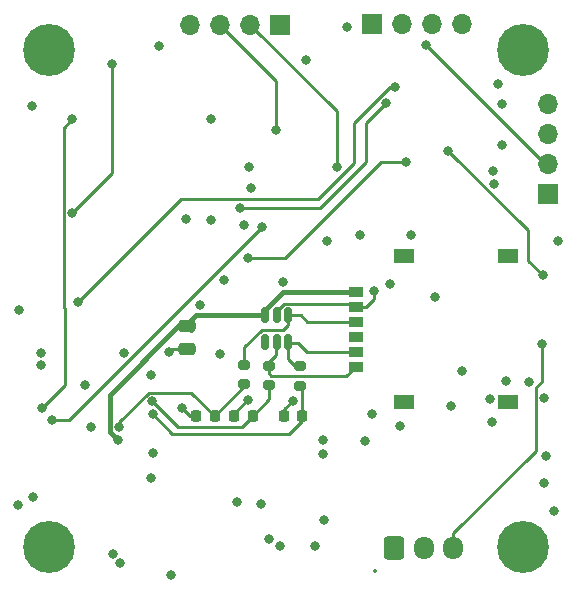
<source format=gbl>
%TF.GenerationSoftware,KiCad,Pcbnew,7.0.9*%
%TF.CreationDate,2024-01-29T23:24:25+02:00*%
%TF.ProjectId,TheftShield_Tracker,54686566-7453-4686-9965-6c645f547261,rev?*%
%TF.SameCoordinates,Original*%
%TF.FileFunction,Copper,L4,Bot*%
%TF.FilePolarity,Positive*%
%FSLAX46Y46*%
G04 Gerber Fmt 4.6, Leading zero omitted, Abs format (unit mm)*
G04 Created by KiCad (PCBNEW 7.0.9) date 2024-01-29 23:24:25*
%MOMM*%
%LPD*%
G01*
G04 APERTURE LIST*
G04 Aperture macros list*
%AMRoundRect*
0 Rectangle with rounded corners*
0 $1 Rounding radius*
0 $2 $3 $4 $5 $6 $7 $8 $9 X,Y pos of 4 corners*
0 Add a 4 corners polygon primitive as box body*
4,1,4,$2,$3,$4,$5,$6,$7,$8,$9,$2,$3,0*
0 Add four circle primitives for the rounded corners*
1,1,$1+$1,$2,$3*
1,1,$1+$1,$4,$5*
1,1,$1+$1,$6,$7*
1,1,$1+$1,$8,$9*
0 Add four rect primitives between the rounded corners*
20,1,$1+$1,$2,$3,$4,$5,0*
20,1,$1+$1,$4,$5,$6,$7,0*
20,1,$1+$1,$6,$7,$8,$9,0*
20,1,$1+$1,$8,$9,$2,$3,0*%
G04 Aperture macros list end*
%TA.AperFunction,ComponentPad*%
%ADD10R,1.700000X1.700000*%
%TD*%
%TA.AperFunction,ComponentPad*%
%ADD11O,1.700000X1.700000*%
%TD*%
%TA.AperFunction,ComponentPad*%
%ADD12C,4.400000*%
%TD*%
%TA.AperFunction,ComponentPad*%
%ADD13RoundRect,0.250000X-0.600000X-0.725000X0.600000X-0.725000X0.600000X0.725000X-0.600000X0.725000X0*%
%TD*%
%TA.AperFunction,ComponentPad*%
%ADD14O,1.700000X1.950000*%
%TD*%
%TA.AperFunction,SMDPad,CuDef*%
%ADD15RoundRect,0.150000X-0.150000X0.512500X-0.150000X-0.512500X0.150000X-0.512500X0.150000X0.512500X0*%
%TD*%
%TA.AperFunction,SMDPad,CuDef*%
%ADD16RoundRect,0.200000X0.275000X-0.200000X0.275000X0.200000X-0.275000X0.200000X-0.275000X-0.200000X0*%
%TD*%
%TA.AperFunction,SMDPad,CuDef*%
%ADD17RoundRect,0.225000X0.225000X0.250000X-0.225000X0.250000X-0.225000X-0.250000X0.225000X-0.250000X0*%
%TD*%
%TA.AperFunction,SMDPad,CuDef*%
%ADD18RoundRect,0.250000X-0.475000X0.250000X-0.475000X-0.250000X0.475000X-0.250000X0.475000X0.250000X0*%
%TD*%
%TA.AperFunction,SMDPad,CuDef*%
%ADD19R,1.200000X0.900000*%
%TD*%
%TA.AperFunction,SMDPad,CuDef*%
%ADD20R,1.800000X1.300000*%
%TD*%
%TA.AperFunction,ViaPad*%
%ADD21C,0.800000*%
%TD*%
%TA.AperFunction,Conductor*%
%ADD22C,0.250000*%
%TD*%
%TA.AperFunction,Conductor*%
%ADD23C,0.400000*%
%TD*%
%ADD24C,0.350000*%
G04 APERTURE END LIST*
D10*
%TO.P,J2,1,Pin_1*%
%TO.N,GND*%
X175153400Y-93358800D03*
D11*
%TO.P,J2,2,Pin_2*%
%TO.N,/STM32F401RCT6/USART1_RX*%
X175153400Y-90818800D03*
%TO.P,J2,3,Pin_3*%
%TO.N,/STM32F401RCT6/USART1_TX*%
X175153400Y-88278800D03*
%TO.P,J2,4,Pin_4*%
%TO.N,+3.3V*%
X175153400Y-85738800D03*
%TD*%
D12*
%TO.P,H1,1,1*%
%TO.N,GND*%
X173000126Y-81112074D03*
%TD*%
%TO.P,H2,1,1*%
%TO.N,GND*%
X173013400Y-123238800D03*
%TD*%
D10*
%TO.P,J3,1,Pin_1*%
%TO.N,GND*%
X152442600Y-78994600D03*
D11*
%TO.P,J3,2,Pin_2*%
%TO.N,/STM32F401RCT6/NRST*%
X149902600Y-78994600D03*
%TO.P,J3,3,Pin_3*%
%TO.N,/STM32F401RCT6/BOOT0*%
X147362600Y-78994600D03*
%TO.P,J3,4,Pin_4*%
%TO.N,+3.3V*%
X144822600Y-78994600D03*
%TD*%
D13*
%TO.P,J4,1,Pin_1*%
%TO.N,+MAIN_VCC*%
X162117400Y-123274600D03*
D14*
%TO.P,J4,2,Pin_2*%
%TO.N,GND*%
X164617400Y-123274600D03*
%TO.P,J4,3,Pin_3*%
%TO.N,/ADC1_IN6*%
X167117400Y-123274600D03*
%TD*%
D10*
%TO.P,J1,1,Pin_1*%
%TO.N,GND*%
X160215000Y-78969200D03*
D11*
%TO.P,J1,2,Pin_2*%
%TO.N,/STM32F401RCT6/SWCLK*%
X162755000Y-78969200D03*
%TO.P,J1,3,Pin_3*%
%TO.N,/STM32F401RCT6/SWDIO*%
X165295000Y-78969200D03*
%TO.P,J1,4,Pin_4*%
%TO.N,+3.3V*%
X167835000Y-78969200D03*
%TD*%
D12*
%TO.P,H3,1,1*%
%TO.N,GND*%
X132883400Y-81108800D03*
%TD*%
%TO.P,H4,1,1*%
%TO.N,GND*%
X132883400Y-123228800D03*
%TD*%
D15*
%TO.P,D2,1,IO1*%
%TO.N,/SIM800C/SIM_VDD*%
X151221400Y-103612100D03*
%TO.P,D2,2,GND*%
%TO.N,GND*%
X152171400Y-103612100D03*
%TO.P,D2,3,IO2*%
%TO.N,Net-(D2-IO2)*%
X153121400Y-103612100D03*
%TO.P,D2,4,IO3*%
%TO.N,Net-(D2-IO3)*%
X153121400Y-105887100D03*
%TO.P,D2,5,IO4*%
%TO.N,Net-(D2-IO4)*%
X152171400Y-105887100D03*
%TO.P,D2,6,IO5*%
%TO.N,unconnected-(D2-IO5-Pad6)*%
X151221400Y-105887100D03*
%TD*%
D16*
%TO.P,R12,1*%
%TO.N,/SIM800C/SIM_RST*%
X149453600Y-109435400D03*
%TO.P,R12,2*%
%TO.N,Net-(D2-IO2)*%
X149453600Y-107785400D03*
%TD*%
%TO.P,R14,1*%
%TO.N,/SIM800C/SIM_DATA*%
X151511000Y-109537000D03*
%TO.P,R14,2*%
%TO.N,Net-(D2-IO4)*%
X151511000Y-107887000D03*
%TD*%
D17*
%TO.P,C15,1*%
%TO.N,/SIM800C/SIM_DATA*%
X150152400Y-112090200D03*
%TO.P,C15,2*%
%TO.N,GND*%
X148602400Y-112090200D03*
%TD*%
D18*
%TO.P,C18,1*%
%TO.N,/SIM800C/SIM_VDD*%
X144576800Y-104536200D03*
%TO.P,C18,2*%
%TO.N,GND*%
X144576800Y-106436200D03*
%TD*%
D17*
%TO.P,C16,1*%
%TO.N,/SIM800C/SIM_CLK*%
X154368800Y-112090200D03*
%TO.P,C16,2*%
%TO.N,GND*%
X152818800Y-112090200D03*
%TD*%
D16*
%TO.P,R13,1*%
%TO.N,/SIM800C/SIM_CLK*%
X154178000Y-109562400D03*
%TO.P,R13,2*%
%TO.N,Net-(D2-IO3)*%
X154178000Y-107912400D03*
%TD*%
D19*
%TO.P,J5,C1,VCC*%
%TO.N,/SIM800C/SIM_VDD*%
X158891800Y-101600000D03*
%TO.P,J5,C2,RST*%
%TO.N,Net-(D2-IO2)*%
X158891800Y-104140000D03*
%TO.P,J5,C3,CLK*%
%TO.N,Net-(D2-IO3)*%
X158891800Y-106680000D03*
%TO.P,J5,C5,GND*%
%TO.N,GND*%
X158891800Y-102870000D03*
%TO.P,J5,C6,VPP*%
%TO.N,unconnected-(J5-VPP-PadC6)*%
X158891800Y-105410000D03*
%TO.P,J5,C7,IO*%
%TO.N,Net-(D2-IO4)*%
X158891800Y-107950000D03*
D20*
%TO.P,J5,S1,SHIELD*%
%TO.N,unconnected-(J5-SHIELD-PadS1)*%
X162991800Y-98625000D03*
%TO.P,J5,S2,SHIELD*%
X162991800Y-110925000D03*
%TO.P,J5,S3,SHIELD*%
X171791800Y-110925000D03*
%TO.P,J5,SW,SW*%
%TO.N,unconnected-(J5-PadSW)*%
X171791800Y-98625000D03*
%TD*%
D17*
%TO.P,C17,1*%
%TO.N,/SIM800C/SIM_RST*%
X146926600Y-112115600D03*
%TO.P,C17,2*%
%TO.N,GND*%
X145376600Y-112115600D03*
%TD*%
D21*
%TO.N,GND*%
X147726400Y-100584000D03*
X144195800Y-111455200D03*
X156455800Y-97282600D03*
X161747200Y-100914200D03*
X147345400Y-106883200D03*
X146659600Y-87020400D03*
X135991600Y-109474000D03*
X151511000Y-122555000D03*
X158140400Y-79171800D03*
X152425400Y-123164600D03*
X142189200Y-80772000D03*
X132198800Y-107823600D03*
X144475200Y-95427800D03*
X170408600Y-112674400D03*
X152715955Y-100800963D03*
X153568899Y-110820699D03*
X171234697Y-89191503D03*
X174980600Y-115493800D03*
X149758400Y-110744000D03*
X138955200Y-124562200D03*
X171300000Y-85700000D03*
X170561000Y-92456000D03*
X174828200Y-117779800D03*
X141554200Y-117373400D03*
X170230800Y-110667800D03*
X160401000Y-101523800D03*
X160223200Y-111988600D03*
X149377400Y-95986600D03*
X166979600Y-111277400D03*
X141579600Y-108686600D03*
X159199000Y-96800000D03*
X141732000Y-115290600D03*
X143222400Y-125603600D03*
X167894000Y-108356400D03*
X145719800Y-102692200D03*
X131521200Y-118973600D03*
X162636200Y-112979200D03*
X171627800Y-109169200D03*
X150843679Y-119561036D03*
X156083000Y-114198400D03*
X175971200Y-97282000D03*
X131470400Y-85877400D03*
X175641000Y-120142000D03*
X148793200Y-119380000D03*
X146659600Y-95504000D03*
X143078200Y-106705400D03*
X156083000Y-115316000D03*
X132198800Y-106807600D03*
X156159200Y-120929400D03*
X149851800Y-91008800D03*
X159689800Y-114249200D03*
X138320200Y-123825600D03*
X165599800Y-102057800D03*
X155399000Y-123113800D03*
%TO.N,+BCKUP_BATT*%
X132334000Y-111455200D03*
X133172200Y-112496600D03*
X150952200Y-96113600D03*
X134874000Y-86995000D03*
%TO.N,+3.3V*%
X163550600Y-96799400D03*
X170505901Y-91368099D03*
X150029600Y-92837600D03*
X130319200Y-119685400D03*
X173507400Y-109220000D03*
X170904253Y-84035547D03*
X154703200Y-81966400D03*
X130352800Y-103124000D03*
X174828200Y-110643000D03*
X136491400Y-113094600D03*
X139216800Y-106756800D03*
%TO.N,/STM32F401RCT6/NRST*%
X157310500Y-91076100D03*
%TO.N,/SIM800C/SIM_DATA*%
X141655800Y-110871000D03*
%TO.N,/SIM800C/SIM_CLK*%
X141681200Y-111963200D03*
%TO.N,/SIM800C/SIM_RST*%
X138835900Y-113080800D03*
%TO.N,/SIM800C/SIM_VDD*%
X138728979Y-114145181D03*
%TO.N,/STM32F401RCT6/USART1_RX*%
X164795200Y-80707900D03*
%TO.N,/STM32F401RCT6/BOOT0*%
X152120600Y-87934800D03*
%TO.N,/NEO-6M/PWR_CNTR*%
X162229800Y-84302600D03*
X135358900Y-102463600D03*
%TO.N,Net-(U4-TIMEPULSE)*%
X138201400Y-82296000D03*
X134874000Y-94970600D03*
%TO.N,/NEO-6M/UART_RXD1*%
X149098000Y-94488000D03*
X161467800Y-85598000D03*
%TO.N,/STM32F401RCT6/PA4*%
X149733000Y-98729800D03*
X163118800Y-90652600D03*
%TO.N,/STM32F401RCT6/PA6*%
X174701200Y-100203000D03*
X166725600Y-89662000D03*
%TO.N,/ADC1_IN6*%
X174675800Y-105994200D03*
%TD*%
D22*
%TO.N,GND*%
X160401000Y-102209600D02*
X159740600Y-102870000D01*
X159740600Y-102870000D02*
X158877000Y-102870000D01*
X152818800Y-112090200D02*
X152818800Y-111570798D01*
X160401000Y-101523800D02*
X160401000Y-102209600D01*
X145376600Y-112115600D02*
X144856200Y-112115600D01*
X144856200Y-112115600D02*
X144195800Y-111455200D01*
X158631600Y-102624600D02*
X158877000Y-102870000D01*
X152774649Y-102624600D02*
X158631600Y-102624600D01*
X148602400Y-111900000D02*
X149758400Y-110744000D01*
X148602400Y-112090200D02*
X148602400Y-111900000D01*
X143347400Y-106436200D02*
X143078200Y-106705400D01*
X152818800Y-111570798D02*
X153568899Y-110820699D01*
X152171400Y-103227849D02*
X152774649Y-102624600D01*
X152171400Y-103612100D02*
X152171400Y-103227849D01*
X144576800Y-106436200D02*
X143347400Y-106436200D01*
%TO.N,+BCKUP_BATT*%
X134569200Y-112496600D02*
X150952200Y-96113600D01*
X134288296Y-103053574D02*
X134149000Y-102914278D01*
X134149000Y-87720000D02*
X134874000Y-86995000D01*
X134149000Y-102914278D02*
X134149000Y-87720000D01*
X133172200Y-112496600D02*
X134569200Y-112496600D01*
X134288296Y-109500904D02*
X134288296Y-103053574D01*
X132334000Y-111455200D02*
X134288296Y-109500904D01*
%TO.N,/STM32F401RCT6/NRST*%
X157257000Y-91022600D02*
X157257000Y-86349000D01*
X157310500Y-91076100D02*
X157257000Y-91022600D01*
X157257000Y-86349000D02*
X149902600Y-78994600D01*
%TO.N,/SIM800C/SIM_DATA*%
X151511000Y-109537000D02*
X151511000Y-110731600D01*
X151511000Y-110731600D02*
X150152400Y-112090200D01*
X149212600Y-113030000D02*
X143814800Y-113030000D01*
X150152400Y-112090200D02*
X149212600Y-113030000D01*
X143814800Y-113030000D02*
X141655800Y-110871000D01*
%TO.N,/SIM800C/SIM_CLK*%
X143357600Y-113639600D02*
X141681200Y-111963200D01*
X153212800Y-113639600D02*
X143357600Y-113639600D01*
X154305000Y-112547400D02*
X153212800Y-113639600D01*
X141782800Y-111861600D02*
X141681200Y-111963200D01*
X154305000Y-109689400D02*
X154305000Y-112547400D01*
X154178000Y-109562400D02*
X154305000Y-109689400D01*
%TO.N,/SIM800C/SIM_RST*%
X149453600Y-109588600D02*
X149453600Y-109435400D01*
X138835900Y-113080800D02*
X138835900Y-112665595D01*
X144957000Y-110146000D02*
X146926600Y-112115600D01*
X138835900Y-112665595D02*
X141355495Y-110146000D01*
X141355495Y-110146000D02*
X144957000Y-110146000D01*
X146926600Y-112115600D02*
X149453600Y-109588600D01*
D23*
%TO.N,/SIM800C/SIM_VDD*%
X138035900Y-113452102D02*
X138728979Y-114145181D01*
X144576800Y-104536200D02*
X143825000Y-104536200D01*
X143825000Y-104536200D02*
X138035900Y-110325300D01*
X145384100Y-103612100D02*
X144881600Y-104114600D01*
X158877000Y-101600000D02*
X152743183Y-101600000D01*
X151221400Y-103612100D02*
X145384100Y-103612100D01*
X138035900Y-110325300D02*
X138035900Y-113452102D01*
X151221400Y-103121783D02*
X151221400Y-103612100D01*
X144907000Y-104866400D02*
X144576800Y-104536200D01*
X152743183Y-101600000D02*
X151221400Y-103121783D01*
D22*
%TO.N,Net-(D2-IO2)*%
X152679400Y-104825800D02*
X153121400Y-104383800D01*
X149453600Y-106320649D02*
X150948449Y-104825800D01*
X158877000Y-104140000D02*
X154787600Y-104140000D01*
X153121400Y-104383800D02*
X153121400Y-103612100D01*
X154254200Y-103606600D02*
X154248700Y-103612100D01*
X150948449Y-104825800D02*
X152679400Y-104825800D01*
X154248700Y-103612100D02*
X153121400Y-103612100D01*
X149453600Y-107785400D02*
X149453600Y-106320649D01*
X154787600Y-104140000D02*
X154254200Y-103606600D01*
%TO.N,Net-(D2-IO3)*%
X158877000Y-106680000D02*
X154787600Y-106680000D01*
X154025600Y-105918000D02*
X153152300Y-105918000D01*
X153121400Y-105887100D02*
X153121400Y-107313000D01*
X154787600Y-106680000D02*
X154025600Y-105918000D01*
X153121400Y-107313000D02*
X153720800Y-107912400D01*
X153152300Y-105918000D02*
X153121400Y-105887100D01*
%TO.N,Net-(D2-IO4)*%
X152095200Y-105963300D02*
X152171400Y-105887100D01*
X152171400Y-105887100D02*
X151993600Y-106064900D01*
X158089600Y-108737400D02*
X151739600Y-108737400D01*
X151739600Y-108737400D02*
X151511000Y-108508800D01*
X151511000Y-107887000D02*
X151511000Y-107518200D01*
X158877000Y-107950000D02*
X158089600Y-108737400D01*
X151511000Y-107518200D02*
X152095200Y-106934000D01*
X152095200Y-106934000D02*
X152095200Y-105963300D01*
X151511000Y-108508800D02*
X151511000Y-107887000D01*
%TO.N,/STM32F401RCT6/USART1_RX*%
X174906100Y-90818800D02*
X175153400Y-90818800D01*
X164795200Y-80707900D02*
X174906100Y-90818800D01*
%TO.N,/STM32F401RCT6/BOOT0*%
X152120600Y-83752600D02*
X152120600Y-87934800D01*
X147362600Y-78994600D02*
X152120600Y-83752600D01*
%TO.N,/NEO-6M/PWR_CNTR*%
X158724600Y-90687305D02*
X155648905Y-93763000D01*
X162229800Y-84302600D02*
X161737895Y-84302600D01*
X155648905Y-93763000D02*
X144059500Y-93763000D01*
X161737895Y-84302600D02*
X158724600Y-87315895D01*
X158724600Y-87315895D02*
X158724600Y-90043000D01*
X144059500Y-93763000D02*
X135358900Y-102463600D01*
X158724600Y-90043000D02*
X158724600Y-90687305D01*
%TO.N,Net-(U4-TIMEPULSE)*%
X134874000Y-94970600D02*
X134874000Y-94919800D01*
X138201400Y-91592400D02*
X138201400Y-82296000D01*
X134874000Y-94919800D02*
X138201400Y-91592400D01*
%TO.N,/NEO-6M/UART_RXD1*%
X161467800Y-85598000D02*
X159715200Y-87350600D01*
X159715200Y-87350600D02*
X159715200Y-90627200D01*
X155854400Y-94488000D02*
X149098000Y-94488000D01*
X159715200Y-90627200D02*
X155854400Y-94488000D01*
%TO.N,/STM32F401RCT6/PA4*%
X149733000Y-98729800D02*
X152908000Y-98729800D01*
X152908000Y-98729800D02*
X160985200Y-90652600D01*
X160985200Y-90652600D02*
X163118800Y-90652600D01*
%TO.N,/STM32F401RCT6/PA6*%
X173482000Y-96418400D02*
X173482000Y-98983800D01*
X166725600Y-89662000D02*
X173482000Y-96418400D01*
X173482000Y-98983800D02*
X174701200Y-100203000D01*
%TO.N,/ADC1_IN6*%
X174675800Y-109169200D02*
X174675800Y-105994200D01*
X167117400Y-122049600D02*
X174103200Y-115063800D01*
X167117400Y-123274600D02*
X167117400Y-122049600D01*
X174103200Y-115063800D02*
X174103200Y-109741800D01*
X174103200Y-109741800D02*
X174675800Y-109169200D01*
%TD*%
D24*
X147726400Y-100584000D03*
X144195800Y-111455200D03*
X156455800Y-97282600D03*
X161747200Y-100914200D03*
X147345400Y-106883200D03*
X146659600Y-87020400D03*
X135991600Y-109474000D03*
X151511000Y-122555000D03*
X158140400Y-79171800D03*
X152425400Y-123164600D03*
X142189200Y-80772000D03*
X132198800Y-107823600D03*
X144475200Y-95427800D03*
X170408600Y-112674400D03*
X152715955Y-100800963D03*
X153568899Y-110820699D03*
X171234697Y-89191503D03*
X174980600Y-115493800D03*
X149758400Y-110744000D03*
X138955200Y-124562200D03*
X171300000Y-85700000D03*
X170561000Y-92456000D03*
X174828200Y-117779800D03*
X141554200Y-117373400D03*
X170230800Y-110667800D03*
X160401000Y-101523800D03*
X160223200Y-111988600D03*
X149377400Y-95986600D03*
X166979600Y-111277400D03*
X141579600Y-108686600D03*
X159199000Y-96800000D03*
X141732000Y-115290600D03*
X143222400Y-125603600D03*
X167894000Y-108356400D03*
X145719800Y-102692200D03*
X131521200Y-118973600D03*
X162636200Y-112979200D03*
X171627800Y-109169200D03*
X150843679Y-119561036D03*
X156083000Y-114198400D03*
X175971200Y-97282000D03*
X131470400Y-85877400D03*
X175641000Y-120142000D03*
X148793200Y-119380000D03*
X146659600Y-95504000D03*
X143078200Y-106705400D03*
X156083000Y-115316000D03*
X132198800Y-106807600D03*
X156159200Y-120929400D03*
X149851800Y-91008800D03*
X159689800Y-114249200D03*
X138320200Y-123825600D03*
X165599800Y-102057800D03*
X155399000Y-123113800D03*
X132334000Y-111455200D03*
X133172200Y-112496600D03*
X150952200Y-96113600D03*
X134874000Y-86995000D03*
X163550600Y-96799400D03*
X170505901Y-91368099D03*
X150029600Y-92837600D03*
X130319200Y-119685400D03*
X173507400Y-109220000D03*
X170904253Y-84035547D03*
X154703200Y-81966400D03*
X130352800Y-103124000D03*
X174828200Y-110643000D03*
X136491400Y-113094600D03*
X139216800Y-106756800D03*
X157310500Y-91076100D03*
X141655800Y-110871000D03*
X141681200Y-111963200D03*
X138835900Y-113080800D03*
X138728979Y-114145181D03*
X164795200Y-80707900D03*
X152120600Y-87934800D03*
X162229800Y-84302600D03*
X135358900Y-102463600D03*
X138201400Y-82296000D03*
X134874000Y-94970600D03*
X149098000Y-94488000D03*
X161467800Y-85598000D03*
X149733000Y-98729800D03*
X163118800Y-90652600D03*
X174701200Y-100203000D03*
X166725600Y-89662000D03*
X174675800Y-105994200D03*
X175153400Y-93358800D03*
X175153400Y-90818800D03*
X175153400Y-88278800D03*
X175153400Y-85738800D03*
X173000126Y-81112074D03*
X173013400Y-123238800D03*
X152442600Y-78994600D03*
X149902600Y-78994600D03*
X147362600Y-78994600D03*
X144822600Y-78994600D03*
X160517400Y-125274600D03*
X162117400Y-123274600D03*
X164617400Y-123274600D03*
X167117400Y-123274600D03*
X160215000Y-78969200D03*
X162755000Y-78969200D03*
X165295000Y-78969200D03*
X167835000Y-78969200D03*
X132883400Y-81108800D03*
X132883400Y-123228800D03*
M02*

</source>
